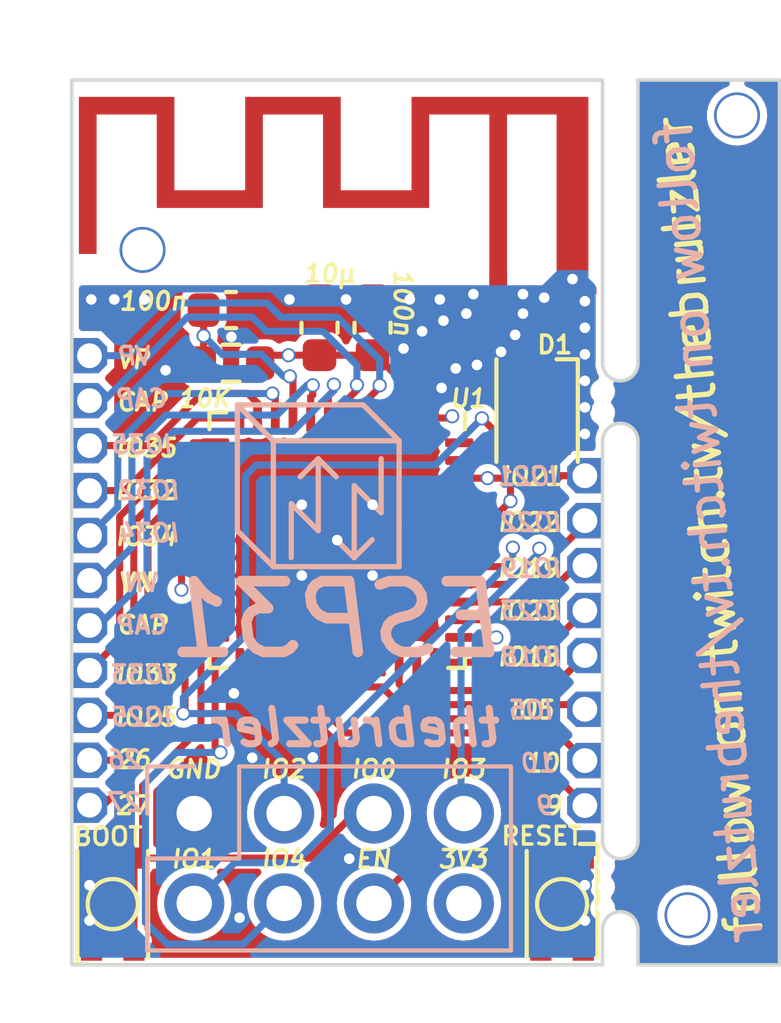
<source format=kicad_pcb>
(kicad_pcb (version 20210424) (generator pcbnew)
  (layers (0 "F.Cu" signal) (1 "In1.Cu" signal) (2 "In2.Cu" signal) (31 "B.Cu" signal) (34 "B.Paste" user) (35 "F.Paste" user) (36 "B.SilkS" user "B.Silkscreen") (37 "F.SilkS" user "F.Silkscreen") (38 "B.Mask" user) (39 "F.Mask" user) (44 "Edge.Cuts" user))
  (net 0 "")
  (net 1 "GND")
  (net 2 "Net-(AE1-Pad1)")
  (net 3 "/EN")
  (net 4 "+3V3")
  (net 5 "/IO1")
  (net 6 "/IO2")
  (net 7 "/IO4")
  (net 8 "/IO0")
  (net 9 "/IO3")
  (net 17 "/SENS_VN")
  (net 18 "/SENS_VP")
  (net 19 "/CAPP")
  (net 20 "/CAPN")
  (net 21 "/IO5")
  (net 22 "/IO9")
  (net 23 "/IO10")
  (net 24 "/IO18")
  (net 25 "/IO19")
  (net 26 "/IO21")
  (net 27 "/IO22")
  (net 28 "/IO23")
  (net 29 "/IO25")
  (net 30 "/IO26")
  (net 31 "/IO27")
  (net 32 "/IO32")
  (net 33 "/IO33")
  (net 34 "/IO34")
  (net 35 "/IO35")
  (footprint "Eigene:CON_1x01" (layer "F.Cu") (at 118.5 106.68 180)
    (fp_text reference "J8" hide)
    (fp_text value "Conn_01x01" hide)
  )
  (footprint "Eigene:CON_1x01" (layer "F.Cu") (at 118.5 107.78 180)
    (fp_text reference "J10" hide)
    (fp_text value "Conn_01x01" hide)
  )
  (footprint "Eigene:CON_1x01" (layer "F.Cu") (at 118.5 101.18 180)
    (fp_text reference "J15" hide)
    (fp_text value "Conn_01x01" hide)
  )
  (footprint "Eigene:CON_1x01" (layer "F.Cu") (at 118.5 109.23 180)
    (fp_text reference "J12" hide)
    (fp_text value "Conn_01x01" hide)
  )
  (footprint "Eigene:CON_1x01" (layer "F.Cu") (at 104.5 102.87)
    (fp_text reference "J23" hide)
    (fp_text value "Conn_01x01" hide)
  )
  (footprint "Eigene:CON_1x01" (layer "F.Cu") (at 118.5 103.72 180)
    (fp_text reference "J14" hide)
    (fp_text value "Conn_01x01" hide)
  )
  (footprint "Capacitor_SMD:C_0603_1608Metric" (layer "F.Cu") (at 108.5 96.5)
    (fp_text reference "C1" hide)
    (fp_text value "100n" hide)
  )
  (footprint "Eigene:CON_1x01" (layer "F.Cu") (at 118.5 110.5 180)
    (fp_text reference "J11" hide)
    (fp_text value "Conn_01x01" hide)
  )
  (footprint "Eigene:CON_1x01" (layer "F.Cu") (at 118.5 104.99 180)
    (fp_text reference "J17" hide)
    (fp_text value "Conn_01x01" hide)
  )
  (footprint "Eigene:CON_1x01" (layer "F.Cu") (at 104.5 100.33)
    (fp_text reference "J24" hide)
    (fp_text value "Conn_01x01" hide)
  )
  (footprint "TheBrutzlers_Lib:jlc_tooling" (layer "F.Cu") (at 106 94.8)
    (fp_text reference "REF**" hide)
    (fp_text value "jlc_tooling")
  )
  (footprint "TheBrutzlers_Lib:mousebite" (layer "F.Cu") (at 119 99.4)
    (fp_text reference "REF**" hide)
    (fp_text value "mousebite" hide)
  )
  (footprint "" (layer "F.Cu") (at 119 112.2)
    (fp_text reference "")
    (fp_text value "")
  )
  (footprint "Eigene:CON_1x01" (layer "F.Cu") (at 104.5 107.95)
    (fp_text reference "J18" hide)
    (fp_text value "Conn_01x01" hide)
  )
  (footprint "Capacitor_SMD:C_0603_1608Metric" (layer "F.Cu") (at 111 97 -90)
    (fp_text reference "C2" hide)
    (fp_text value "10µ" hide)
  )
  (footprint "" (layer "F.Cu") (at 122.8 91)
    (fp_text reference "")
    (fp_text value "")
  )
  (footprint "Capacitor_SMD:C_0603_1608Metric" (layer "F.Cu") (at 112.5 97 -90)
    (fp_text reference "C3" hide)
    (fp_text value "100n" hide)
  )
  (footprint "" (layer "F.Cu") (at 119 98.8)
    (fp_text reference "")
    (fp_text value "")
  )
  (footprint "Eigene:CON_1x01" (layer "F.Cu") (at 104.5 110.49)
    (fp_text reference "J20" hide)
    (fp_text value "Conn_01x01" hide)
  )
  (footprint "Eigene:CON_1x01" (layer "F.Cu") (at 104.5 106.68)
    (fp_text reference "J22" hide)
    (fp_text value "Conn_01x01" hide)
  )
  (footprint "Eigene:CON_1x01" (layer "F.Cu") (at 104.5 109.22)
    (fp_text reference "J19" hide)
    (fp_text value "Conn_01x01" hide)
  )
  (footprint "Eigene:CON_1x01" (layer "F.Cu") (at 118.5 106.26 180)
    (fp_text reference "J13" hide)
    (fp_text value "Conn_01x01" hide)
  )
  (footprint "Package_DFN_QFN:QFN-48-1EP_7x7mm_P0.5mm_EP5.3x5.3mm" (layer "F.Cu") (at 111.5 103 -90)
    (fp_text reference "U1" hide)
    (fp_text value "ESP32-PICO-D4" hide)
  )
  (footprint "RF_Antenna:Texas_SWRA117D_2.4GHz_Left" (layer "F.Cu") (at 116.05 95.625)
    (fp_text reference "AE1" hide)
    (fp_text value "Antenna_Shield" hide)
  )
  (footprint "Eigene:CON_1x01" (layer "F.Cu") (at 104.5 105.41)
    (fp_text reference "J5" hide)
    (fp_text value "Conn_01x01" hide)
  )
  (footprint "Eigene:CON_1x01" (layer "F.Cu") (at 104.5 104.14)
    (fp_text reference "J6" hide)
    (fp_text value "Conn_01x01" hide)
  )
  (footprint "Eigene:CON_1x01" (layer "F.Cu") (at 118.5 102.45 180)
    (fp_text reference "J16" hide)
    (fp_text value "Conn_01x01" hide)
  )
  (footprint "Resistor_SMD:R_0603_1608Metric" (layer "F.Cu") (at 108.5 98 180)
    (fp_text reference "R1" hide)
    (fp_text value "10K" hide)
  )
  (footprint "" (layer "F.Cu") (at 121.4 113.6)
    (fp_text reference "")
    (fp_text value "")
  )
  (footprint "TheBrutzlers_Lib:microswitch" (layer "F.Cu") (at 117.856 113.284 -90)
    (fp_text reference "SW1" hide)
    (fp_text value "SW_Push")
  )
  (footprint "" (layer "F.Cu") (at 119 113.4)
    (fp_text reference "")
    (fp_text value "")
  )
  (footprint "TheBrutzlers_Lib:microswitch" (layer "F.Cu") (at 105.156 113.284 90)
    (fp_text reference "SW2" hide)
    (fp_text value "SW_Push")
  )
  (footprint "Eigene:CON_1x01" (layer "F.Cu") (at 118.5 105.41 180)
    (fp_text reference "J9" hide)
    (fp_text value "Conn_01x01" hide)
  )
  (footprint "Eigene:CON_1x01" (layer "F.Cu") (at 104.5 97.79)
    (fp_text reference "J3" hide)
    (fp_text value "Conn_01x01" hide)
  )
  (footprint "Eigene:CON_1x01" (layer "F.Cu") (at 104.5 101.6)
    (fp_text reference "J21" hide)
    (fp_text value "Conn_01x01" hide)
  )
  (footprint "" (layer "F.Cu") (at 119 98.6)
    (fp_text reference "")
    (fp_text value "")
  )
  (footprint "LED_SMD:LED_Cree-PLCC4_2x2mm_CW" (layer "F.Cu") (at 117.15 99.34 -90)
    (fp_text reference "D1")
    (fp_text value "WS2812B_Geaendertes_Symbol")
  )
  (footprint "Eigene:CON_1x01" (layer "F.Cu") (at 104.5 99.06)
    (fp_text reference "J4" hide)
    (fp_text value "Conn_01x01" hide)
  )
  (footprint "" (layer "F.Cu") (at 119 112.8)
    (fp_text reference "")
    (fp_text value "")
  )
  (footprint "Connector_PinHeader_2.54mm:PinHeader_2x04_P2.54mm_Vertical" (layer "B.Cu") (at 107.46 110.725 -90)
    (fp_text reference "J1" hide)
    (fp_text value "Conn_02x04_Odd_Even" hide)
  )
  (footprint "Eigene:Symbol_kurzschlussblog" (layer "B.Cu") (at 113.25 103.75 180)
    (fp_text reference "SM3" hide)
    (fp_text value "SYM_Arrow45_Tiny" hide)
  )
  (gr_line (start 119 115) (end 104 115) (layer "Edge.Cuts") (width 0.1))
  (gr_line (start 120 90) (end 120 98) (layer "Edge.Cuts") (width 0.1))
  (gr_line (start 120 115) (end 120 114) (layer "Edge.Cuts") (width 0.1))
  (gr_line (start 119 98) (end 119 90) (layer "Edge.Cuts") (width 0.1))
  (gr_arc (start 119.5 114) (end 119 114) (angle 180) (layer "Edge.Cuts") (width 0.1))
  (gr_arc (start 119.5 111.5) (end 119 111.5) (angle -180) (layer "Edge.Cuts") (width 0.1))
  (gr_line (start 120 100.2) (end 120 111.5) (layer "Edge.Cuts") (width 0.1))
  (gr_arc (start 119.5 100.2) (end 120 100.2) (angle -180) (layer "Edge.Cuts") (width 0.1))
  (gr_line (start 104 90) (end 119 90) (layer "Edge.Cuts") (width 0.1))
  (gr_line (start 104 115) (end 104 90) (layer "Edge.Cuts") (width 0.1))
  (gr_arc (start 119.5 98) (end 120 98) (angle 180) (layer "Edge.Cuts") (width 0.1))
  (gr_line (start 124 90) (end 124 115) (layer "Edge.Cuts") (width 0.1))
  (gr_line (start 120 90) (end 124 90) (layer "Edge.Cuts") (width 0.1))
  (gr_line (start 124 115) (end 120 115) (layer "Edge.Cuts") (width 0.1))
  (gr_line (start 119 114) (end 119 115) (layer "Edge.Cuts") (width 0.1))
  (gr_line (start 119 111.5) (end 119 100.2) (layer "Edge.Cuts") (width 0.1))
  (gr_text "CAP\n" (at 106 99) (layer "B.SilkS") (effects (font (size 0.5 0.5) (thickness 0.1) italic) (justify mirror)))
  (gr_text "IO25" (at 106 108) (layer "B.SilkS") (effects (font (size 0.5 0.5) (thickness 0.1) italic) (justify mirror)))
  (gr_text "9" (at 117.4 110.5) (layer "B.SilkS") (effects (font (size 0.5 0.5) (thickness 0.1) italic) (justify mirror)))
  (gr_text "CAP" (at 106 105.4) (layer "B.SilkS") (effects (font (size 0.5 0.5) (thickness 0.1) italic) (justify mirror)))
  (gr_text "IO35" (at 106 100.3) (layer "B.SilkS") (effects (font (size 0.5 0.5) (thickness 0.1) italic) (justify mirror)))
  (gr_text "ESP31" (at 111.5 105.25) (layer "B.SilkS") (effects (font (size 2 2) (thickness 0.3) italic) (justify mirror)))
  (gr_text "thebrutzler" (at 112.08 108.3) (layer "B.SilkS") (effects (font (size 1 1) (thickness 0.2) italic) (justify mirror)))
  (gr_text "IO18" (at 117 106.3) (layer "B.SilkS") (effects (font (size 0.5 0.5) (thickness 0.1) italic) (justify mirror)))
  (gr_text "IO32" (at 106.2 101.6) (layer "B.SilkS") (effects (font (size 0.5 0.5) (thickness 0.1) italic) (justify mirror)))
  (gr_text "IO34" (at 106.2 102.8) (layer "B.SilkS") (effects (font (size 0.5 0.5) (thickness 0.1) italic) (justify mirror)))
  (gr_text "10" (at 117.2 109.3) (layer "B.SilkS") (effects (font (size 0.5 0.5) (thickness 0.1) italic) (justify mirror)))
  (gr_text "VP\n" (at 105.8 97.8) (layer "B.SilkS") (effects (font (size 0.5 0.5) (thickness 0.1) italic) (justify mirror)))
  (gr_text "26" (at 105.52 109.2) (layer "B.SilkS") (effects (font (size 0.5 0.5) (thickness 0.1) italic) (justify mirror)))
  (gr_text "27" (at 105.53 110.41) (layer "B.SilkS") (effects (font (size 0.5 0.5) (thickness 0.1) italic) (justify mirror)))
  (gr_text "IO5" (at 117 107.8) (layer "B.SilkS") (effects (font (size 0.5 0.5) (thickness 0.1) italic) (justify mirror)))
  (gr_text "IO21" (at 116.9 101.2) (layer "B.SilkS") (effects (font (size 0.5 0.5) (thickness 0.1) italic) (justify mirror)))
  (gr_text "IO19" (at 117 103.8) (layer "B.SilkS") (effects (font (size 0.5 0.5) (thickness 0.1) italic) (justify mirror)))
  (gr_text "follow on twitch.tv/thebrutzler" (at 122 102.8 95) (layer "B.SilkS") (effects (font (size 1 1)) (justify mirror)))
  (gr_text "IO23" (at 117 105) (layer "B.SilkS") (effects (font (size 0.5 0.5) (thickness 0.1) italic) (justify mirror)))
  (gr_text "IO22" (at 117 102.5) (layer "B.SilkS") (effects (font (size 0.5 0.5) (thickness 0.1) italic) (justify mirror)))
  (gr_text "VN" (at 106 104.2) (layer "B.SilkS") (effects (font (size 0.5 0.5) (thickness 0.1) italic) (justify mirror)))
  (gr_text "IO33" (at 106 106.8) (layer "B.SilkS") (effects (font (size 0.5 0.5) (thickness 0.1) italic) (justify mirror)))
  (gr_text "26" (at 105.75 109.2) (layer "F.SilkS") (effects (font (size 0.5 0.5) (thickness 0.1) italic)))
  (gr_text "RESET" (at 117.28 111.36) (layer "F.SilkS") (effects (font (size 0.5 0.5) (thickness 0.1))))
  (gr_text "IO32" (at 106.1 101.6) (layer "F.SilkS") (effects (font (size 0.5 0.5) (thickness 0.1) italic)))
  (gr_text "IO19" (at 116.9 103.8) (layer "F.SilkS") (effects (font (size 0.5 0.5) (thickness 0.1) italic)))
  (gr_text "GND" (at 107.442 109.474) (layer "F.SilkS") (effects (font (size 0.5 0.5) (thickness 0.1) italic)))
  (gr_text "27" (at 105.725 110.5) (layer "F.SilkS") (effects (font (size 0.5 0.5) (thickness 0.1) italic)))
  (gr_text "CAP" (at 106 105.4) (layer "F.SilkS") (effects (font (size 0.5 0.5) (thickness 0.1) italic)))
  (gr_text "IO22" (at 116.9 102.5) (layer "F.SilkS") (effects (font (size 0.5 0.5) (thickness 0.1) italic)))
  (gr_text "10K" (at 107.75 99) (layer "F.SilkS") (effects (font (size 0.5 0.5) (thickness 0.1) italic)))
  (gr_text "VN" (at 105.8 104.2) (layer "F.SilkS") (effects (font (size 0.5 0.5) (thickness 0.1) italic)))
  (gr_text "CAP\n" (at 106 99.1) (layer "F.SilkS") (effects (font (size 0.5 0.5) (thickness 0.1) italic)))
  (gr_text "IO34" (at 106.1 102.9) (layer "F.SilkS") (effects (font (size 0.5 0.5) (thickness 0.1) italic)))
  (gr_text "IO35" (at 106.1 100.4) (layer "F.SilkS") (effects (font (size 0.5 0.5) (thickness 0.1) italic)))
  (gr_text "U1" (at 115.2 99) (layer "F.SilkS") (effects (font (size 0.5 0.5) (thickness 0.1) italic)))
  (gr_text "3V3" (at 115.062 112.014) (layer "F.SilkS") (effects (font (size 0.5 0.5) (thickness 0.1) italic)))
  (gr_text "IO0" (at 112.522 109.474) (layer "F.SilkS") (effects (font (size 0.5 0.5) (thickness 0.1) italic)))
  (gr_text "IO4\n" (at 109.982 112.014) (layer "F.SilkS") (effects (font (size 0.5 0.5) (thickness 0.1) italic)))
  (gr_text "9" (at 117.6 110.5) (layer "F.SilkS") (effects (font (size 0.5 0.5) (thickness 0.1) italic)))
  (gr_text "IO33" (at 106.1 106.8) (layer "F.SilkS") (effects (font (size 0.5 0.5) (thickness 0.1) italic)))
  (gr_text "IO21" (at 117 101.2) (layer "F.SilkS") (effects (font (size 0.5 0.5) (thickness 0.1) italic)))
  (gr_text "IO25" (at 106.1 108) (layer "F.SilkS") (effects (font (size 0.5 0.5) (thickness 0.1) italic)))
  (gr_text "EN" (at 112.522 112.014) (layer "F.SilkS") (effects (font (size 0.5 0.5) (thickness 0.1) italic)))
  (gr_text "100n" (at 106.3 96.25) (layer "F.SilkS") (effects (font (size 0.5 0.5) (thickness 0.1) italic)))
  (gr_text "follow on twitch.tv/thebrutzler" (at 122 102.6 95) (layer "F.SilkS") (effects (font (size 1 1))))
  (gr_text "IO3" (at 115.062 109.474) (layer "F.SilkS") (effects (font (size 0.5 0.5) (thickness 0.1) italic)))
  (gr_text "BOOT" (at 105.025 111.375) (layer "F.SilkS") (effects (font (size 0.5 0.5) (thickness 0.1))))
  (gr_text "IO5" (at 117 107.8) (layer "F.SilkS") (effects (font (size 0.5 0.5) (thickness 0.1) italic)))
  (gr_text "IO18" (at 116.9 106.3) (layer "F.SilkS") (effects (font (size 0.5 0.5) (thickness 0.1) italic)))
  (gr_text "IO23" (at 116.9 105) (layer "F.SilkS") (effects (font (size 0.5 0.5) (thickness 0.1) italic)))
  (gr_text "IO1" (at 107.442 112.014) (layer "F.SilkS") (effects (font (size 0.5 0.5) (thickness 0.1) italic)))
  (gr_text "10µ" (at 111.3 95.47) (layer "F.SilkS") (effects (font (size 0.5 0.5) (thickness 0.1) italic)))
  (gr_text "VP\n" (at 105.75 97.9) (layer "F.SilkS") (effects (font (size 0.5 0.5) (thickness 0.1) italic)))
  (gr_text "10" (at 117.3 109.3) (layer "F.SilkS") (effects (font (size 0.5 0.5) (thickness 0.1) italic)))
  (gr_text "100n" (at 113.36 96.3 270) (layer "F.SilkS") (effects (font (size 0.5 0.5) (thickness 0.1) italic)))
  (gr_text "IO2" (at 109.982 109.474) (layer "F.SilkS") (effects (font (size 0.5 0.5) (thickness 0.1) italic)))
  (segment (start 118.7 95.9) (end 118.425 95.625) (width 0.25) (layer "F.Cu") (net 1))
  (segment (start 118.425 95.625) (end 118.15 95.625) (width 0.25) (layer "F.Cu") (net 1))
  (segment (start 118.15 95.625) (end 118.3472 95.4278) (width 0.25) (layer "F.Cu") (net 1))
  (segment (start 118.15 95.625) (end 117.975 95.625) (width 0.25) (layer "F.Cu") (net 1))
  (segment (start 118.7 96) (end 118.7 95.9) (width 0.25) (layer "F.Cu") (net 1))
  (segment (start 117.5 95.9) (end 117.6 96) (width 0.25) (layer "F.Cu") (net 1))
  (segment (start 118.15 95.625) (end 118.15 95.65) (width 0.25) (layer "F.Cu") (net 1))
  (segment (start 116.55 98.59) (end 116.55 98.37) (width 0.2) (layer "F.Cu") (net 1))
  (segment (start 117.6 96) (end 118.7 96) (width 0.25) (layer "F.Cu") (net 1))
  (segment (start 117.5 95.8) (end 117.5 95.9) (width 0.25) (layer "F.Cu") (net 1))
  (segment (start 118.15 95.625) (end 118.375 95.625) (width 0.25) (layer "F.Cu") (net 1))
  (segment (start 118.15 95.625) (end 117.675 95.625) (width 0.25) (layer "F.Cu") (net 1))
  (segment (start 117.5 95.8) (end 117.975 95.8) (width 0.25) (layer "F.Cu") (net 1))
  (segment (start 116.55 98.59) (end 116.55 98.44) (width 0.2) (layer "F.Cu") (net 1))
  (segment (start 117.975 95.8) (end 118.15 95.625) (width 0.25) (layer "F.Cu") (net 1))
  (segment (start 117.675 95.625) (end 117.5 95.8) (width 0.25) (layer "F.Cu") (net 1))
  (via (at 117.35 96.15) (size 0.4) (drill 0.3) (layers "F.Cu" "B.Cu") (net 1))
  (via (at 116.13 97.68) (size 0.4) (drill 0.3) (layers "F.Cu" "B.Cu") (net 1))
  (via (at 105.2 96.2) (size 0.4) (drill 0.3) (layers "F.Cu" "B.Cu") (net 1))
  (via (at 109.1 109.15) (size 0.4) (drill 0.3) (layers "F.Cu" "B.Cu") (net 1))
  (via (at 113.9 97.1) (size 0.4) (drill 0.3) (layers "F.Cu" "B.Cu") (net 1))
  (via (at 104.55 96.2) (size 0.4) (drill 0.3) (layers "F.Cu" "B.Cu") (net 1))
  (via (at 113.55 96.2) (size 0.4) (drill 0.3) (layers "F.Cu" "B.Cu") (net 1))
  (via (at 111.84 112) (size 0.4) (drill 0.3) (layers "F.Cu" "B.Cu") (net 1))
  (via (at 114.85 98.15) (size 0.4) (drill 0.3) (layers "F.Cu" "B.Cu") (net 1))
  (via (at 108.58 107.33) (size 0.4) (drill 0.3) (layers "F.Cu" "B.Cu") (net 1))
  (via (at 118.5 98.5) (size 0.4) (drill 0.3) (layers "F.Cu" "B.Cu") (net 1))
  (via (at 116.53 97.2) (size 0.4) (drill 0.3) (layers "F.Cu" "B.Cu") (net 1))
  (via (at 116.75 96.05) (size 0.4) (drill 0.3) (layers "F.Cu" "B.Cu") (net 1))
  (via (at 111.5 103) (size 0.4) (drill 0.3) (layers "F.Cu" "B.Cu") (net 1))
  (via (at 106.65 98.2) (size 0.4) (drill 0.3) (layers "F.Cu" "B.Cu") (net 1))
  (via (at 108.5088 97.2566) (size 0.4) (drill 0.3) (layers "F.Cu" "B.Cu") (net 1))
  (via (at 104.5 113.75) (size 0.4) (drill 0.3) (layers "F.Cu" "B.Cu") (net 1))
  (via (at 110.5 102) (size 0.4) (drill 0.3) (layers "F.Cu" "B.Cu") (net 1))
  (via (at 108.74 113.67) (size 0.4) (drill 0.3) (layers "F.Cu" "B.Cu") (net 1))
  (via (at 118.5 97.75) (size 0.4) (drill 0.3) (layers "F.Cu" "B.Cu") (net 1))
  (via (at 106.05 96.2) (size 0.4) (drill 0.3) (layers "F.Cu" "B.Cu") (net 1))
  (via (at 118.5 100) (size 0.4) (drill 0.3) (layers "F.Cu" "B.Cu") (net 1))
  (via (at 115.35 96.05) (size 0.4) (drill 0.3) (layers "F.Cu" "B.Cu") (net 1))
  (via (at 116.75 96.6) (size 0.4) (drill 0.3) (layers "F.Cu" "B.Cu") (net 1))
  (via (at 115.15 96.6) (size 0.4) (drill 0.3) (layers "F.Cu" "B.Cu") (net 1))
  (via (at 112.5 102) (size 0.4) (drill 0.3) (layers "F.Cu" "B.Cu") (net 1))
  (via (at 112.5 104) (size 0.4) (drill 0.3) (layers "F.Cu" "B.Cu") (net 1))
  (via (at 118.5 96.25) (size 0.4) (drill 0.3) (layers "F.Cu" "B.Cu") (net 1))
  (via (at 111.75 96.2) (size 0.4) (drill 0.3) (layers "F.Cu" "B.Cu") (net 1))
  (via (at 118.5 99.25) (size 0.4) (drill 0.3) (layers "F.Cu" "B.Cu") (net 1))
  (via (at 114.5032 96.8) (size 0.4) (drill 0.3) (layers "F.Cu" "B.Cu") (net 1))
  (via (at 114.4 96.2) (size 0.4) (drill 0.3) (layers "F.Cu" "B.Cu") (net 1))
  (via (at 113.3745 97.587566) (size 0.4) (drill 0.3) (layers "F.Cu" "B.Cu") (net 1))
  (via (at 110.15 96.2) (size 0.4) (drill 0.3) (layers "F.Cu" "B.Cu") (net 1))
  (via (at 118.5 112.75) (size 0.4) (drill 0.3) (layers "F.Cu" "B.Cu") (net 1))
  (via (at 104.5 112.75) (size 0.4) (drill 0.3) (layers "F.Cu" "B.Cu") (net 1))
  (via (at 118.5 97) (size 0.4) (drill 0.3) (layers "F.Cu" "B.Cu") (net 1))
  (via (at 110.5 104) (size 0.4) (drill 0.3) (layers "F.Cu" "B.Cu") (net 1))
  (via (at 110.81 109.14) (size 0.4) (drill 0.3) (layers "F.Cu" "B.Cu") (net 1))
  (via (at 118.5 113.75) (size 0.4) (drill 0.3) (layers "F.Cu" "B.Cu") (net 1))
  (via (at 115.45 98.05) (size 0.4) (drill 0.3) (layers "F.Cu" "B.Cu") (net 1))
  (via (at 114.45 98.7) (size 0.4) (drill 0.3) (layers "F.Cu" "B.Cu") (net 1))
  (segment (start 114.9858 97.409) (end 115.011948 97.409) (width 0.25) (layer "F.Cu") (net 2))
  (segment (start 116.05 96.374625) (end 116.05 95.625) (width 0.5) (layer "F.Cu") (net 2))
  (segment (start 113.75 98.627249) (end 113.75 98.918822) (width 0.5) (layer "F.Cu") (net 2))
  (segment (start 114.0968 97.79) (end 114.118589 97.768211) (width 0.25) (layer "F.Cu") (net 2))
  (segment (start 113.75 99.55) (end 113.75 98.918822) (width 0.35) (layer "F.Cu") (net 2))
  (arc (start 115.011948 97.409) (mid 115.410188 97.329786) (end 115.7478 97.1042) (width 0.5) (layer "F.Cu") (net 2))
  (arc (start 115.7478 97.1042) (mid 115.971461 96.769469) (end 116.05 96.374625) (width 0.5) (layer "F.Cu") (net 2))
  (arc (start 114.118589 97.768211) (mid 114.516468 97.502356) (end 114.9858 97.409) (width 0.5) (layer "F.Cu") (net 2))
  (arc (start 113.75 98.627249) (mid 113.840125 98.174133) (end 114.0968 97.79) (width 0.5) (layer "F.Cu") (net 2))
  (segment (start 110.25 98.461196) (end 110.162095 98.373291) (width 0.2) (layer "F.Cu") (net 3))
  (segment (start 113.821 111.984) (end 112.54 113.265) (width 0.2) (layer "F.Cu") (net 3))
  (segment (start 110.25 99.55) (end 110.25 98.461196) (width 0.2) (layer "F.Cu") (net 3))
  (segment (start 107.725 96.5) (end 107.725 97.95) (width 0.2) (layer "F.Cu") (net 3))
  (segment (start 117.256 111.984) (end 113.821 111.984) (width 0.2) (layer "F.Cu") (net 3))
  (segment (start 117.256 114.584) (end 117.256 111.984) (width 0.2) (layer "F.Cu") (net 3))
  (segment (start 110.25 99.55) (end 110.25 98.665365) (width 0.2) (layer "F.Cu") (net 3))
  (segment (start 107.725 97.95) (end 107.675 98) (width 0.2) (layer "F.Cu") (net 3))
  (via (at 107.725 97.2276) (size 0.4) (drill 0.3) (layers "F.Cu" "B.Cu") (net 3))
  (via (at 110.162095 98.373291) (size 0.4) (drill 0.3) (layers "F.Cu" "B.Cu") (net 3))
  (segment (start 109.983014 98.373291) (end 109.359723 97.75) (width 0.2) (layer "B.Cu") (net 3))
  (segment (start 108.253511 97.756111) (end 107.725 97.2276) (width 0.2) (layer "B.Cu") (net 3))
  (segment (start 110.162095 98.373291) (end 109.983014 98.373291) (width 0.2) (layer "B.Cu") (net 3))
  (segment (start 108.748566 97.756111) (end 108.253511 97.756111) (width 0.2) (layer "B.Cu") (net 3))
  (segment (start 108.754677 97.75) (end 108.748566 97.756111) (width 0.2) (layer "B.Cu") (net 3))
  (segment (start 109.359723 97.75) (end 108.754677 97.75) (width 0.2) (layer "B.Cu") (net 3))
  (segment (start 116.3968 101.3032) (end 116.45 101.25) (width 0.2) (layer "F.Cu") (net 4))
  (segment (start 113.200011 98.385234) (end 112.589777 97.775) (width 0.2) (layer "F.Cu") (net 4))
  (segment (start 114.25 99.55) (end 114.7 99.55) (width 0.2) (layer "F.Cu") (net 4))
  (segment (start 114.95 102.75) (end 115.5436 102.75) (width 0.2) (layer "F.Cu") (net 4))
  (segment (start 112.75 99.55) (end 113.25 99.55) (width 0.2) (layer "F.Cu") (net 4))
  (segment (start 108.05 103.25) (end 107.630954 103.25) (width 0.2) (layer "F.Cu") (net 4))
  (segment (start 114.7 99.55) (end 114.75 99.5) (width 0.2) (layer "F.Cu") (net 4))
  (segment (start 117.7 100.09) (end 117.7 100.42912) (width 0.2) (layer "F.Cu") (net 4))
  (segment (start 115.5436 102.75) (end 116.3968 101.8968) (width 0.2) (layer "F.Cu") (net 4))
  (segment (start 112.5 97.775) (end 111 97.775) (width 0.2) (layer "F.Cu") (net 4))
  (segment (start 113.200011 99.500011) (end 113.200011 98.385234) (width 0.2) (layer "F.Cu") (net 4))
  (segment (start 113.25 99.55) (end 113.200011 99.500011) (width 0.2) (layer "F.Cu") (net 4))
  (segment (start 117.7 100.42912) (end 116.87912 101.25) (width 0.2) (layer "F.Cu") (net 4))
  (segment (start 114.95 101.25) (end 115.75 101.25) (width 0.2) (layer "F.Cu") (net 4))
  (segment (start 107.630954 103.25) (end 107.1 103.780954) (width 0.2) (layer "F.Cu") (net 4))
  (segment (start 116.45 101.25) (end 115.75 101.25) (width 0.2) (layer "F.Cu") (net 4))
  (segment (start 107.1 103.780954) (end 107.1 104.4) (width 0.2) (layer "F.Cu") (net 4))
  (segment (start 110.124 97.775) (end 109.55 97.775) (width 0.2) (layer "F.Cu") (net 4))
  (segment (start 112.589777 97.775) (end 112.5 97.775) (width 0.2) (layer "F.Cu") (net 4))
  (segment (start 116.3968 101.8968) (end 116.3968 101.3032) (width 0.2) (layer "F.Cu") (net 4))
  (segment (start 109.55 97.775) (end 109.325 98) (width 0.2) (layer "F.Cu") (net 4))
  (segment (start 116.87912 101.25) (end 116.45 101.25) (width 0.2) (layer "F.Cu") (net 4))
  (segment (start 114.95 105.75) (end 116 105.75) (width 0.2) (layer "F.Cu") (net 4))
  (segment (start 111 97.775) (end 110.124 97.775) (width 0.2) (layer "F.Cu") (net 4))
  (via (at 110.124 97.775) (size 0.4) (drill 0.3) (layers "F.Cu" "B.Cu") (net 4))
  (via (at 114.75 99.5) (size 0.4) (drill 0.3) (layers "F.Cu" "B.Cu") (net 4))
  (via (at 116.3968 101.8968) (size 0.4) (drill 0.3) (layers "F.Cu" "B.Cu") (net 4))
  (via (at 115.75 101.25) (size 0.4) (drill 0.3) (layers "F.Cu" "B.Cu") (net 4))
  (via (at 107.1 104.4) (size 0.4) (drill 0.3) (layers "F.Cu" "B.Cu") (net 4))
  (via (at 116 105.75) (size 0.4) (drill 0.3) (layers "F.Cu" "B.Cu") (net 4))
  (segment (start 116.252491 103.75) (end 114.95 103.75) (width 0.2) (layer "F.Cu") (net 5))
  (segment (start 116.464297 103.538194) (end 116.252491 103.75) (width 0.2) (layer "F.Cu") (net 5))
  (segment (start 116.464297 103.214297) (end 116.464297 103.538194) (width 0.2) (layer "F.Cu") (net 5))
  (via (at 116.464297 103.214297) (size 0.4) (drill 0.3) (layers "F.Cu" "B.Cu") (net 5))
  (segment (start 111.309511 108.690489) (end 111.31 108.69) (width 0.2) (layer "B.Cu") (net 5))
  (segment (start 108.609511 112.115489) (end 110.310788 112.115489) (width 0.2) (layer "B.Cu") (net 5))
  (segment (start 110.310788 112.115489) (end 111.309511 111.116766) (width 0.2) (layer "B.Cu") (net 5))
  (segment (start 111.309511 108.690489) (end 116.464297 103.535703) (width 0.2) (layer "B.Cu") (net 5))
  (segment (start 111.309511 111.116766) (end 111.309511 108.690489) (width 0.2) (layer "B.Cu") (net 5))
  (segment (start 107.46 113.265) (end 108.609511 112.115489) (width 0.2) (layer "B.Cu") (net 5))
  (segment (start 116.464297 103.535703) (end 116.464297 103.214297) (width 0.2) (layer "B.Cu") (net 5))
  (segment (start 106.95096 105.364988) (end 107.565948 104.75) (width 0.2) (layer "F.Cu") (net 6))
  (segment (start 107.2 106.384052) (end 106.950961 106.135013) (width 0.2) (layer "F.Cu") (net 6))
  (segment (start 107.565948 104.75) (end 108.05 104.75) (width 0.2) (layer "F.Cu") (net 6))
  (segment (start 116.12 100.09) (end 115.59 99.56) (width 0.2) (layer "F.Cu") (net 6))
  (segment (start 106.950961 106.135013) (end 106.95096 105.364988) (width 0.2) (layer "F.Cu") (net 6))
  (segment (start 107.15098 107.9) (end 107.2 107.85098) (width 0.2) (layer "F.Cu") (net 6))
  (segment (start 107.2 107.85098) (end 107.2 106.384052) (width 0.2) (layer "F.Cu") (net 6))
  (segment (start 116.55 100.09) (end 116.12 100.09) (width 0.2) (layer "F.Cu") (net 6))
  (via (at 107.15098 107.9) (size 0.4) (drill 0.3) (layers "F.Cu" "B.Cu") (net 6))
  (via (at 115.59 99.56) (size 0.4) (drill 0.3) (layers "F.Cu" "B.Cu") (net 6))
  (segment (start 110 109.279323) (end 110 110.725) (width 0.2) (layer "B.Cu") (net 6))
  (segment (start 107.15098 107.44902) (end 107.15098 107.9) (width 0.2) (layer "B.Cu") (net 6))
  (segment (start 115.59 99.56) (end 114.27 100.88) (width 0.2) (layer "B.Cu") (net 6))
  (segment (start 108.620677 107.9) (end 110 109.279323) (width 0.2) (layer "B.Cu") (net 6))
  (segment (start 107.15098 107.9) (end 108.620677 107.9) (width 0.2) (layer "B.Cu") (net 6))
  (segment (start 108.91 101.18) (end 108.91 105.69) (width 0.2) (layer "B.Cu") (net 6))
  (segment (start 108.91 105.69) (end 107.15098 107.44902) (width 0.2) (layer "B.Cu") (net 6))
  (segment (start 109.21 100.88) (end 108.91 101.18) (width 0.2) (layer "B.Cu") (net 6))
  (segment (start 114.27 100.88) (end 109.21 100.88) (width 0.2) (layer "B.Cu") (net 6))
  (segment (start 108.05 108.85) (end 108.05 105.75) (width 0.2) (layer "F.Cu") (net 7))
  (segment (start 108.2 109) (end 108.05 108.85) (width 0.2) (layer "F.Cu") (net 7))
  (via (at 108.2 109) (size 0.4) (drill 0.3) (layers "F.Cu" "B.Cu") (net 7))
  (segment (start 106.08 109.86588) (end 106.08 113.8) (width 0.2) (layer "B.Cu") (net 7))
  (segment (start 108.2 109) (end 106.94588 109) (width 0.2) (layer "B.Cu") (net 7))
  (segment (start 108.850489 114.414511) (end 110 113.265) (width 0.2) (layer "B.Cu") (net 7))
  (segment (start 106.94588 109) (end 106.08 109.86588) (width 0.2) (layer "B.Cu") (net 7))
  (segment (start 106.694511 114.414511) (end 108.850489 114.414511) (width 0.2) (layer "B.Cu") (net 7))
  (segment (start 106.08 113.8) (end 106.694511 114.414511) (width 0.2) (layer "B.Cu") (net 7))
  (segment (start 107.35048 105.969526) (end 107.65048 106.269526) (width 0.2) (layer "F.Cu") (net 8))
  (segment (start 106.184 111.984) (end 105.756 111.984) (width 0.2) (layer "F.Cu") (net 8))
  (segment (start 107.65048 108.2954) (end 106 109.94588) (width 0.2) (layer "F.Cu") (net 8))
  (segment (start 106 109.94588) (end 106 111.8) (width 0.2) (layer "F.Cu") (net 8))
  (segment (start 105.756 114.584) (end 105.756 111.984) (width 0.2) (layer "F.Cu") (net 8))
  (segment (start 108.05 105.25) (end 107.630954 105.25) (width 0.2) (layer "F.Cu") (net 8))
  (segment (start 107.65048 106.269526) (end 107.65048 108.2954) (width 0.2) (layer "F.Cu") (net 8))
  (segment (start 107.630954 105.25) (end 107.35048 105.530474) (width 0.2) (layer "F.Cu") (net 8))
  (segment (start 107.35048 105.530474) (end 107.35048 105.969526) (width 0.2) (layer "F.Cu") (net 8))
  (segment (start 106 111.8) (end 106.184 111.984) (width 0.2) (layer "F.Cu") (net 8))
  (segment (start 112.54 110.725) (end 111.985 110.725) (width 0.2) (layer "F.Cu") (net 8))
  (segment (start 110.726 111.984) (end 106.184 111.984) (width 0.2) (layer "F.Cu") (net 8))
  (segment (start 111.985 110.725) (end 110.726 111.984) (width 0.2) (layer "F.Cu") (net 8))
  (segment (start 117.211935 103.241894) (end 117.211935 103.355562) (width 0.2) (layer "F.Cu") (net 9))
  (segment (start 116.317497 104.25) (end 114.95 104.25) (width 0.2) (layer "F.Cu") (net 9))
  (segment (start 117.211935 103.355562) (end 116.317497 104.25) (width 0.2) (layer "F.Cu") (net 9))
  (via (at 117.211935 103.241894) (size 0.4) (drill 0.3) (layers "F.Cu" "B.Cu") (net 9))
  (segment (start 117.211935 103.353071) (end 115 105.565006) (width 0.2) (layer "B.Cu") (net 9))
  (segment (start 117.211935 103.241894) (end 117.211935 103.353071) (width 0.2) (layer "B.Cu") (net 9))
  (segment (start 115 110.645) (end 115.08 110.725) (width 0.2) (layer "B.Cu") (net 9))
  (segment (start 115 105.565006) (end 115 110.645) (width 0.2) (layer "B.Cu") (net 9))
  (segment (start 110.808929 98.62587) (end 110.808929 98.897645) (width 0.2) (layer "F.Cu") (net 17))
  (segment (start 110.808929 98.897645) (end 110.75 98.956574) (width 0.2) (layer "F.Cu") (net 17))
  (segment (start 110.75 98.956574) (end 110.75 99.55) (width 0.2) (layer "F.Cu") (net 17))
  (via (at 110.808929 98.62587) (size 0.4) (drill 0.3) (layers "F.Cu" "B.Cu") (net 17))
  (segment (start 106.658201 99.466799) (end 105.69904 100.42596) (width 0.2) (layer "B.Cu") (net 17))
  (segment (start 105.69904 103.20096) (end 104.76 104.14) (width 0.2) (layer "B.Cu") (net 17))
  (segment (start 110.808929 98.62587) (end 110.640929 98.62587) (width 0.2) (layer "B.Cu") (net 17))
  (segment (start 104.76 104.14) (end 104.5 104.14) (width 0.2) (layer "B.Cu") (net 17))
  (segment (start 109.8 99.466799) (end 106.658201 99.466799) (width 0.2) (layer "B.Cu") (net 17))
  (segment (start 105.69904 100.42596) (end 105.69904 103.20096) (width 0.2) (layer "B.Cu") (net 17))
  (segment (start 110.640929 98.62587) (end 109.8 99.466799) (width 0.2) (layer "B.Cu") (net 17))
  (segment (start 112.7005 98.625) (end 112.7005 98.680454) (width 0.2) (layer "F.Cu") (net 18))
  (segment (start 112.7005 98.680454) (end 112.25 99.130954) (width 0.2) (layer "F.Cu") (net 18))
  (segment (start 112.25 99.130954) (end 112.25 99.55) (width 0.2) (layer "F.Cu") (net 18))
  (via (at 112.7005 98.625) (size 0.4) (drill 0.3) (layers "F.Cu" "B.Cu") (net 18))
  (segment (start 111.499511 96.699511) (end 110.199511 96.699511) (width 0.2) (layer "B.Cu") (net 18))
  (segment (start 105.61 97.79) (end 104.5 97.79) (width 0.2) (layer "B.Cu") (net 18))
  (segment (start 107.1 96.3) (end 105.61 97.79) (width 0.2) (layer "B.Cu") (net 18))
  (segment (start 109.510723 96.3) (end 107.1 96.3) (width 0.2) (layer "B.Cu") (net 18))
  (segment (start 112.7005 98.625) (end 112.7005 97.9005) (width 0.2) (layer "B.Cu") (net 18))
  (segment (start 110.199511 96.699511) (end 109.910234 96.699511) (width 0.2) (layer "B.Cu") (net 18))
  (segment (start 109.910234 96.699511) (end 109.510723 96.3) (width 0.2) (layer "B.Cu") (net 18))
  (segment (start 112.7005 97.9005) (end 111.499511 96.699511) (width 0.2) (layer "B.Cu") (net 18))
  (segment (start 110.325511 96.699511) (end 110.199511 96.699511) (width 0.2) (layer "B.Cu") (net 18))
  (segment (start 111.75 99.065948) (end 111.75 99.55) (width 0.2) (layer "F.Cu") (net 19))
  (segment (start 112.057502 98.758446) (end 111.75 99.065948) (width 0.2) (layer "F.Cu") (net 19))
  (segment (start 112.057502 98.617052) (end 112.057502 98.758446) (width 0.2) (layer "F.Cu") (net 19))
  (via (at 112.057502 98.617052) (size 0.4) (drill 0.3) (layers "F.Cu" "B.Cu") (net 19))
  (segment (start 109.49903 97.09903) (end 109.09952 96.69952) (width 0.2) (layer "B.Cu") (net 19))
  (segment (start 111.099031 97.099031) (end 109.49903 97.09903) (width 0.2) (layer "B.Cu") (net 19))
  (segment (start 107.265486 96.69952) (end 104.905006 99.06) (width 0.2) (layer "B.Cu") (net 19))
  (segment (start 104.905006 99.06) (end 104.5 99.06) (width 0.2) (layer "B.Cu") (net 19))
  (segment (start 109.09952 96.69952) (end 107.265486 96.69952) (width 0.2) (layer "B.Cu") (net 19))
  (segment (start 112.057502 98.617052) (end 112.057502 98.057502) (width 0.2) (layer "B.Cu") (net 19))
  (segment (start 112.057502 98.057502) (end 111.099031 97.099031) (width 0.2) (layer "B.Cu") (net 19))
  (segment (start 111.408098 98.772132) (end 111.25 98.93023) (width 0.2) (layer "F.Cu") (net 20))
  (segment (start 111.408098 98.605879) (end 111.408098 98.772132) (width 0.2) (layer "F.Cu") (net 20))
  (segment (start 111.25 98.93023) (end 111.25 99.55) (width 0.2) (layer "F.Cu") (net 20))
  (via (at 111.408098 98.605879) (size 0.4) (drill 0.3) (layers "F.Cu" "B.Cu") (net 20))
  (segment (start 104.765 105.41) (end 106.125 104.05) (width 0.2) (layer "B.Cu") (net 20))
  (segment (start 106.125 104.05) (end 106.125 100.675) (width 0.2) (layer "B.Cu") (net 20))
  (segment (start 106.875 99.925) (end 110.249076 99.925) (width 0.2) (layer "B.Cu") (net 20))
  (segment (start 106.125 100.675) (end 106.875 99.925) (width 0.2) (layer "B.Cu") (net 20))
  (segment (start 110.249076 99.925) (end 111.408098 98.765978) (width 0.2) (layer "B.Cu") (net 20))
  (segment (start 104.5 105.41) (end 104.765 105.41) (width 0.2) (layer "B.Cu") (net 20))
  (segment (start 111.408098 98.765978) (end 111.408098 98.605879) (width 0.2) (layer "B.Cu") (net 20))
  (segment (start 113.25 106.45) (end 113.25 107.065006) (width 0.2) (layer "F.Cu") (net 21))
  (segment (start 113.25 107.065006) (end 113.834514 107.64952) (width 0.2) (layer "F.Cu") (net 21))
  (segment (start 118.36952 107.64952) (end 118.5 107.78) (width 0.2) (layer "F.Cu") (net 21))
  (segment (start 113.834514 107.64952) (end 118.36952 107.64952) (width 0.2) (layer "F.Cu") (net 21))
  (segment (start 110.25 106.45) (end 110.25 106.934052) (width 0.2) (layer "F.Cu") (net 22))
  (segment (start 110.25 106.934052) (end 111.764508 108.44856) (width 0.2) (layer "F.Cu") (net 22))
  (segment (start 111.764508 108.44856) (end 116.44856 108.44856) (width 0.2) (layer "F.Cu") (net 22))
  (segment (start 116.44856 108.44856) (end 118.5 110.5) (width 0.2) (layer "F.Cu") (net 22))
  (segment (start 111.030474 107.14952) (end 112.769508 107.14952) (width 0.2) (layer "F.Cu") (net 23))
  (segment (start 110.75 106.45) (end 110.75 106.869046) (width 0.2) (layer "F.Cu") (net 23))
  (segment (start 110.75 106.869046) (end 111.030474 107.14952) (width 0.2) (layer "F.Cu") (net 23))
  (segment (start 113.669028 108.04904) (end 117.31904 108.04904) (width 0.2) (layer "F.Cu") (net 23))
  (segment (start 112.769508 107.14952) (end 113.669028 108.04904) (width 0.2) (layer "F.Cu") (net 23))
  (segment (start 117.31904 108.04904) (end 118.5 109.23) (width 0.2) (layer "F.Cu") (net 23))
  (segment (start 114 107.25) (end 117.51 107.25) (width 0.2) (layer "F.Cu") (net 24))
  (segment (start 113.75 106.45) (end 113.75 107) (width 0.2) (layer "F.Cu") (net 24))
  (segment (start 117.51 107.25) (end 118.5 106.26) (width 0.2) (layer "F.Cu") (net 24))
  (segment (start 113.75 107) (end 114 107.25) (width 0.2) (layer "F.Cu") (net 24))
  (segment (start 116.735 105.25) (end 118.265 103.72) (width 0.2) (layer "F.Cu") (net 25))
  (segment (start 114.95 105.25) (end 116.735 105.25) (width 0.2) (layer "F.Cu") (net 25))
  (segment (start 118.265 103.72) (end 118.5 103.72) (width 0.2) (layer "F.Cu") (net 25))
  (segment (start 115.964786 103.035214) (end 115.75 103.25) (width 0.2) (layer "F.Cu") (net 26))
  (segment (start 117.82 101.18) (end 116.285214 102.714786) (width 0.2) (layer "F.Cu") (net 26))
  (segment (start 115.964786 102.974531) (end 115.964786 103.035214) (width 0.2) (layer "F.Cu") (net 26))
  (segment (start 116.224531 102.714786) (end 115.964786 102.974531) (width 0.2) (layer "F.Cu") (net 26))
  (segment (start 115.75 103.25) (end 114.95 103.25) (width 0.2) (layer "F.Cu") (net 26))
  (segment (start 116.285214 102.714786) (end 116.224531 102.714786) (width 0.2) (layer "F.Cu") (net 26))
  (segment (start 118.5 101.18) (end 117.82 101.18) (width 0.2) (layer "F.Cu") (net 26))
  (segment (start 117.70048 103.345934) (end 118.5 102.546414) (width 0.2) (layer "F.Cu") (net 27))
  (segment (start 117.70048 103.54952) (end 117.70048 103.345934) (width 0.2) (layer "F.Cu") (net 27))
  (segment (start 118.5 102.546414) (end 118.5 102.45) (width 0.2) (layer "F.Cu") (net 27))
  (segment (start 114.95 104.75) (end 116.5 104.75) (width 0.2) (layer "F.Cu") (net 27))
  (segment (start 116.5 104.75) (end 117.70048 103.54952) (width 0.2) (layer "F.Cu") (net 27))
  (segment (start 117.04 106.45) (end 118.5 104.99) (width 0.2) (layer "F.Cu") (net 28))
  (segment (start 114.25 106.45) (end 117.04 106.45) (width 0.2) (layer "F.Cu") (net 28))
  (segment (start 105.752402 102.49854) (end 107.500942 100.75) (width 0.2) (layer "F.Cu") (net 29))
  (segment (start 107.500942 100.75) (end 108.05 100.75) (width 0.2) (layer "F.Cu") (net 29))
  (segment (start 104.5 107.95) (end 105.55 107.95) (width 0.2) (layer "F.Cu") (net 29))
  (segment (start 105.752401 107.747599) (end 105.752402 102.49854) (width 0.2) (layer "F.Cu") (net 29))
  (segment (start 105.55 107.95) (end 105.752401 107.747599) (width 0.2) (layer "F.Cu") (net 29))
  (segment (start 107.565948 101.25) (end 106.151921 102.664027) (width 0.2) (layer "F.Cu") (net 30))
  (segment (start 105.595868 109.22) (end 106.151921 108.663947) (width 0.2) (layer "F.Cu") (net 30))
  (segment (start 104.5 109.22) (end 105.595868 109.22) (width 0.2) (layer "F.Cu") (net 30))
  (segment (start 106.151921 108.663947) (end 106.151921 107.543796) (width 0.2) (layer "F.Cu") (net 30))
  (segment (start 106.151921 102.664027) (end 106.151921 107.5) (width 0.2) (layer "F.Cu") (net 30))
  (segment (start 108.05 101.25) (end 107.565948 101.25) (width 0.2) (layer "F.Cu") (net 30))
  (segment (start 108.05 101.75) (end 107.630954 101.75) (width 0.2) (layer "F.Cu") (net 31))
  (segment (start 106.551441 102.829513) (end 106.551441 108.829433) (width 0.2) (layer "F.Cu") (net 31))
  (segment (start 106.551441 108.829433) (end 104.890874 110.49) (width 0.2) (layer "F.Cu") (net 31))
  (segment (start 104.890874 110.49) (end 104.5 110.49) (width 0.2) (layer "F.Cu") (net 31))
  (segment (start 107.630954 101.75) (end 106.551441 102.829513) (width 0.2) (layer "F.Cu") (net 31))
  (segment (start 107.55 99.55) (end 105.5 101.6) (width 0.2) (layer "F.Cu") (net 32))
  (segment (start 105.5 101.6) (end 104.5 101.6) (width 0.2) (layer "F.Cu") (net 32))
  (segment (start 108.75 99.55) (end 107.55 99.55) (width 0.2) (layer "F.Cu") (net 32))
  (segment (start 107.435936 100.25) (end 108.05 100.25) (width 0.2) (layer "F.Cu") (net 33))
  (segment (start 104.5 106.68) (end 105.352883 105.827117) (width 0.2) (layer "F.Cu") (net 33))
  (segment (start 105.352883 105.827117) (end 105.352883 102.333053) (width 0.2) (layer "F.Cu") (net 33))
  (segment (start 105.352883 102.333053) (end 107.435936 100.25) (width 0.2) (layer "F.Cu") (net 33))
  (segment (start 109.75 98.939926) (end 109.668798 98.858724) (width 0.2) (layer "F.Cu") (net 34))
  (segment (start 109.75 99.55) (end 109.75 98.939926) (width 0.2) (layer "F.Cu") (net 34))
  (via (at 109.668798 98.858724) (size 0.4) (drill 0.3) (layers "F.Cu" "B.Cu") (net 34))
  (segment (start 106.70127 98.858724) (end 105.299521 100.260473) (width 0.2) (layer "B.Cu") (net 34))
  (segment (start 105.299521 100.260473) (end 105.29952 102.07048) (width 0.2) (layer "B.Cu") (net 34))
  (segment (start 109.668798 98.858724) (end 106.70127 98.858724) (width 0.2) (layer "B.Cu") (net 34))
  (segment (start 105.29952 102.07048) (end 104.5 102.87) (width 0.2) (layer "B.Cu") (net 34))
  (segment (start 108.969526 98.85048) (end 107.684514 98.85048) (width 0.2) (layer "F.Cu") (net 35))
  (segment (start 106.204994 100.33) (end 104.5 100.33) (width 0.2) (layer "F.Cu") (net 35))
  (segment (start 109.25 99.55) (end 109.25 99.130954) (width 0.2) (layer "F.Cu") (net 35))
  (segment (start 107.684514 98.85048) (end 106.204994 100.33) (width 0.2) (layer "F.Cu") (net 35))
  (segment (start 109.25 99.130954) (end 108.969526 98.85048) (width 0.2) (layer "F.Cu") (net 35))
  (zone (net 1) (net_name "GND") (layers F&B.Cu) (connect_pads yes (clearance 0.2)) (min_thickness 0.2) (fill yes (thermal_gap 0.2) (thermal_bridge_width 0.2))
    (polygon (pts (xy 118.999 114.9858) (xy 103.9876 114.9858) (xy 103.9876 95.3008) (xy 118.999 95.3008)))
  )
  (zone (net 0) (net_name "") (layers "F.Cu" "In1.Cu" "In2.Cu" "B.Cu") (connect_pads (clearance 0)) (min_thickness 0.2) (fill yes (thermal_gap 0.2) (thermal_bridge_width 0.2))
    (polygon (pts (xy 124 115) (xy 120 115) (xy 119.2 113.6) (xy 119.2 98.4) (xy 120 90) (xy 124 90)))
  )
  (zone (net 1) (net_name "GND") (layers "F.Cu" "In1.Cu" "B.Cu") (connect_pads yes (clearance 0.2)) (min_thickness 0.2) (fill yes (thermal_gap 0.508) (thermal_bridge_width 0.508))
    (polygon (pts (xy 119 114.9858) (xy 103.9886 114.9858) (xy 103.9886 95.3008) (xy 119 95.3008)))
  )
  (zone (net 0) (net_name "") (layers "F.Cu" "In1.Cu" "In2.Cu" "B.Cu") (connect_pads (clearance 0)) (min_thickness 0.254)
    (keepout (tracks allowed) (vias not_allowed) (pads allowed) (copperpour not_allowed) (footprints allowed))
    (fill (thermal_gap 0.508) (thermal_bridge_width 0.508))
    (polygon (pts (xy 119.3 95.8) (xy 118.808247 95.8) (xy 118.4 95.4) (xy 117.7 95.4) (xy 117.3 95.8) (xy 104 95.8) (xy 104 90.05) (xy 119.2 90)))
  )
)
</source>
